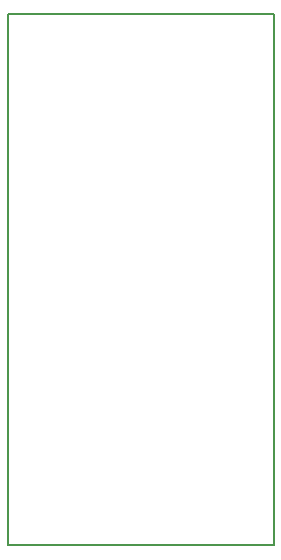
<source format=gbr>
G04 PROTEUS RS274X GERBER FILE*
%FSLAX45Y45*%
%MOMM*%
G01*
%ADD10C,0.203200*%
D10*
X-9000000Y+8750000D02*
X-9250000Y+8750000D01*
X-9250000Y+5500000D01*
X-7000000Y+4250000D02*
X-7000000Y+8750000D01*
X-8250000Y+4250000D02*
X-7000000Y+4250000D01*
X-9250000Y+5500000D02*
X-9250000Y+4250000D01*
X-8250000Y+4250000D02*
X-9250000Y+4250000D01*
X-9000000Y+8750000D02*
X-7000000Y+8750000D01*
M02*

</source>
